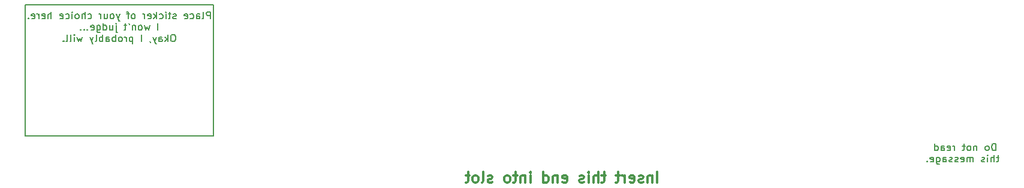
<source format=gbr>
%TF.GenerationSoftware,KiCad,Pcbnew,6.0.2+dfsg-1*%
%TF.CreationDate,2022-05-09T19:42:05-04:00*%
%TF.ProjectId,Cheapsk8_LAN,43686561-7073-46b3-985f-4c414e2e6b69,1*%
%TF.SameCoordinates,Original*%
%TF.FileFunction,Legend,Bot*%
%TF.FilePolarity,Positive*%
%FSLAX46Y46*%
G04 Gerber Fmt 4.6, Leading zero omitted, Abs format (unit mm)*
G04 Created by KiCad (PCBNEW 6.0.2+dfsg-1) date 2022-05-09 19:42:05*
%MOMM*%
%LPD*%
G01*
G04 APERTURE LIST*
%ADD10C,0.150000*%
%ADD11C,0.300000*%
G04 APERTURE END LIST*
D10*
X92481400Y-106629200D02*
X92481400Y-125171200D01*
X65887600Y-125196600D02*
X92481400Y-125171200D01*
X65887600Y-106629200D02*
X92481400Y-106629200D01*
X65887600Y-106629200D02*
X65887600Y-125196600D01*
D11*
X155185971Y-131742571D02*
X155185971Y-130242571D01*
X154471685Y-130742571D02*
X154471685Y-131742571D01*
X154471685Y-130885428D02*
X154400257Y-130814000D01*
X154257400Y-130742571D01*
X154043114Y-130742571D01*
X153900257Y-130814000D01*
X153828828Y-130956857D01*
X153828828Y-131742571D01*
X153185971Y-131671142D02*
X153043114Y-131742571D01*
X152757400Y-131742571D01*
X152614542Y-131671142D01*
X152543114Y-131528285D01*
X152543114Y-131456857D01*
X152614542Y-131314000D01*
X152757400Y-131242571D01*
X152971685Y-131242571D01*
X153114542Y-131171142D01*
X153185971Y-131028285D01*
X153185971Y-130956857D01*
X153114542Y-130814000D01*
X152971685Y-130742571D01*
X152757400Y-130742571D01*
X152614542Y-130814000D01*
X151328828Y-131671142D02*
X151471685Y-131742571D01*
X151757400Y-131742571D01*
X151900257Y-131671142D01*
X151971685Y-131528285D01*
X151971685Y-130956857D01*
X151900257Y-130814000D01*
X151757400Y-130742571D01*
X151471685Y-130742571D01*
X151328828Y-130814000D01*
X151257400Y-130956857D01*
X151257400Y-131099714D01*
X151971685Y-131242571D01*
X150614542Y-131742571D02*
X150614542Y-130742571D01*
X150614542Y-131028285D02*
X150543114Y-130885428D01*
X150471685Y-130814000D01*
X150328828Y-130742571D01*
X150185971Y-130742571D01*
X149900257Y-130742571D02*
X149328828Y-130742571D01*
X149685971Y-130242571D02*
X149685971Y-131528285D01*
X149614542Y-131671142D01*
X149471685Y-131742571D01*
X149328828Y-131742571D01*
X147900257Y-130742571D02*
X147328828Y-130742571D01*
X147685971Y-130242571D02*
X147685971Y-131528285D01*
X147614542Y-131671142D01*
X147471685Y-131742571D01*
X147328828Y-131742571D01*
X146828828Y-131742571D02*
X146828828Y-130242571D01*
X146185971Y-131742571D02*
X146185971Y-130956857D01*
X146257400Y-130814000D01*
X146400257Y-130742571D01*
X146614542Y-130742571D01*
X146757400Y-130814000D01*
X146828828Y-130885428D01*
X145471685Y-131742571D02*
X145471685Y-130742571D01*
X145471685Y-130242571D02*
X145543114Y-130314000D01*
X145471685Y-130385428D01*
X145400257Y-130314000D01*
X145471685Y-130242571D01*
X145471685Y-130385428D01*
X144828828Y-131671142D02*
X144685971Y-131742571D01*
X144400257Y-131742571D01*
X144257400Y-131671142D01*
X144185971Y-131528285D01*
X144185971Y-131456857D01*
X144257400Y-131314000D01*
X144400257Y-131242571D01*
X144614542Y-131242571D01*
X144757400Y-131171142D01*
X144828828Y-131028285D01*
X144828828Y-130956857D01*
X144757400Y-130814000D01*
X144614542Y-130742571D01*
X144400257Y-130742571D01*
X144257400Y-130814000D01*
X141828828Y-131671142D02*
X141971685Y-131742571D01*
X142257400Y-131742571D01*
X142400257Y-131671142D01*
X142471685Y-131528285D01*
X142471685Y-130956857D01*
X142400257Y-130814000D01*
X142257400Y-130742571D01*
X141971685Y-130742571D01*
X141828828Y-130814000D01*
X141757400Y-130956857D01*
X141757400Y-131099714D01*
X142471685Y-131242571D01*
X141114542Y-130742571D02*
X141114542Y-131742571D01*
X141114542Y-130885428D02*
X141043114Y-130814000D01*
X140900257Y-130742571D01*
X140685971Y-130742571D01*
X140543114Y-130814000D01*
X140471685Y-130956857D01*
X140471685Y-131742571D01*
X139114542Y-131742571D02*
X139114542Y-130242571D01*
X139114542Y-131671142D02*
X139257400Y-131742571D01*
X139543114Y-131742571D01*
X139685971Y-131671142D01*
X139757400Y-131599714D01*
X139828828Y-131456857D01*
X139828828Y-131028285D01*
X139757400Y-130885428D01*
X139685971Y-130814000D01*
X139543114Y-130742571D01*
X139257400Y-130742571D01*
X139114542Y-130814000D01*
X137257400Y-131742571D02*
X137257400Y-130742571D01*
X137257400Y-130242571D02*
X137328828Y-130314000D01*
X137257400Y-130385428D01*
X137185971Y-130314000D01*
X137257400Y-130242571D01*
X137257400Y-130385428D01*
X136543114Y-130742571D02*
X136543114Y-131742571D01*
X136543114Y-130885428D02*
X136471685Y-130814000D01*
X136328828Y-130742571D01*
X136114542Y-130742571D01*
X135971685Y-130814000D01*
X135900257Y-130956857D01*
X135900257Y-131742571D01*
X135400257Y-130742571D02*
X134828828Y-130742571D01*
X135185971Y-130242571D02*
X135185971Y-131528285D01*
X135114542Y-131671142D01*
X134971685Y-131742571D01*
X134828828Y-131742571D01*
X134114542Y-131742571D02*
X134257400Y-131671142D01*
X134328828Y-131599714D01*
X134400257Y-131456857D01*
X134400257Y-131028285D01*
X134328828Y-130885428D01*
X134257400Y-130814000D01*
X134114542Y-130742571D01*
X133900257Y-130742571D01*
X133757400Y-130814000D01*
X133685971Y-130885428D01*
X133614542Y-131028285D01*
X133614542Y-131456857D01*
X133685971Y-131599714D01*
X133757400Y-131671142D01*
X133900257Y-131742571D01*
X134114542Y-131742571D01*
X131900257Y-131671142D02*
X131757400Y-131742571D01*
X131471685Y-131742571D01*
X131328828Y-131671142D01*
X131257400Y-131528285D01*
X131257400Y-131456857D01*
X131328828Y-131314000D01*
X131471685Y-131242571D01*
X131685971Y-131242571D01*
X131828828Y-131171142D01*
X131900257Y-131028285D01*
X131900257Y-130956857D01*
X131828828Y-130814000D01*
X131685971Y-130742571D01*
X131471685Y-130742571D01*
X131328828Y-130814000D01*
X130400257Y-131742571D02*
X130543114Y-131671142D01*
X130614542Y-131528285D01*
X130614542Y-130242571D01*
X129614542Y-131742571D02*
X129757400Y-131671142D01*
X129828828Y-131599714D01*
X129900257Y-131456857D01*
X129900257Y-131028285D01*
X129828828Y-130885428D01*
X129757400Y-130814000D01*
X129614542Y-130742571D01*
X129400257Y-130742571D01*
X129257400Y-130814000D01*
X129185971Y-130885428D01*
X129114542Y-131028285D01*
X129114542Y-131456857D01*
X129185971Y-131599714D01*
X129257400Y-131671142D01*
X129400257Y-131742571D01*
X129614542Y-131742571D01*
X128685971Y-130742571D02*
X128114542Y-130742571D01*
X128471685Y-130242571D02*
X128471685Y-131528285D01*
X128400257Y-131671142D01*
X128257400Y-131742571D01*
X128114542Y-131742571D01*
D10*
X92079742Y-108595780D02*
X92079742Y-107595780D01*
X91698790Y-107595780D01*
X91603552Y-107643400D01*
X91555933Y-107691019D01*
X91508314Y-107786257D01*
X91508314Y-107929114D01*
X91555933Y-108024352D01*
X91603552Y-108071971D01*
X91698790Y-108119590D01*
X92079742Y-108119590D01*
X90936885Y-108595780D02*
X91032123Y-108548161D01*
X91079742Y-108452923D01*
X91079742Y-107595780D01*
X90127361Y-108595780D02*
X90127361Y-108071971D01*
X90174980Y-107976733D01*
X90270219Y-107929114D01*
X90460695Y-107929114D01*
X90555933Y-107976733D01*
X90127361Y-108548161D02*
X90222600Y-108595780D01*
X90460695Y-108595780D01*
X90555933Y-108548161D01*
X90603552Y-108452923D01*
X90603552Y-108357685D01*
X90555933Y-108262447D01*
X90460695Y-108214828D01*
X90222600Y-108214828D01*
X90127361Y-108167209D01*
X89222600Y-108548161D02*
X89317838Y-108595780D01*
X89508314Y-108595780D01*
X89603552Y-108548161D01*
X89651171Y-108500542D01*
X89698790Y-108405304D01*
X89698790Y-108119590D01*
X89651171Y-108024352D01*
X89603552Y-107976733D01*
X89508314Y-107929114D01*
X89317838Y-107929114D01*
X89222600Y-107976733D01*
X88413076Y-108548161D02*
X88508314Y-108595780D01*
X88698790Y-108595780D01*
X88794028Y-108548161D01*
X88841647Y-108452923D01*
X88841647Y-108071971D01*
X88794028Y-107976733D01*
X88698790Y-107929114D01*
X88508314Y-107929114D01*
X88413076Y-107976733D01*
X88365457Y-108071971D01*
X88365457Y-108167209D01*
X88841647Y-108262447D01*
X87222600Y-108548161D02*
X87127361Y-108595780D01*
X86936885Y-108595780D01*
X86841647Y-108548161D01*
X86794028Y-108452923D01*
X86794028Y-108405304D01*
X86841647Y-108310066D01*
X86936885Y-108262447D01*
X87079742Y-108262447D01*
X87174980Y-108214828D01*
X87222600Y-108119590D01*
X87222600Y-108071971D01*
X87174980Y-107976733D01*
X87079742Y-107929114D01*
X86936885Y-107929114D01*
X86841647Y-107976733D01*
X86508314Y-107929114D02*
X86127361Y-107929114D01*
X86365457Y-107595780D02*
X86365457Y-108452923D01*
X86317838Y-108548161D01*
X86222600Y-108595780D01*
X86127361Y-108595780D01*
X85794028Y-108595780D02*
X85794028Y-107929114D01*
X85794028Y-107595780D02*
X85841647Y-107643400D01*
X85794028Y-107691019D01*
X85746409Y-107643400D01*
X85794028Y-107595780D01*
X85794028Y-107691019D01*
X84889266Y-108548161D02*
X84984504Y-108595780D01*
X85174980Y-108595780D01*
X85270219Y-108548161D01*
X85317838Y-108500542D01*
X85365457Y-108405304D01*
X85365457Y-108119590D01*
X85317838Y-108024352D01*
X85270219Y-107976733D01*
X85174980Y-107929114D01*
X84984504Y-107929114D01*
X84889266Y-107976733D01*
X84460695Y-108595780D02*
X84460695Y-107595780D01*
X84365457Y-108214828D02*
X84079742Y-108595780D01*
X84079742Y-107929114D02*
X84460695Y-108310066D01*
X83270219Y-108548161D02*
X83365457Y-108595780D01*
X83555933Y-108595780D01*
X83651171Y-108548161D01*
X83698790Y-108452923D01*
X83698790Y-108071971D01*
X83651171Y-107976733D01*
X83555933Y-107929114D01*
X83365457Y-107929114D01*
X83270219Y-107976733D01*
X83222600Y-108071971D01*
X83222600Y-108167209D01*
X83698790Y-108262447D01*
X82794028Y-108595780D02*
X82794028Y-107929114D01*
X82794028Y-108119590D02*
X82746409Y-108024352D01*
X82698790Y-107976733D01*
X82603552Y-107929114D01*
X82508314Y-107929114D01*
X81270219Y-108595780D02*
X81365457Y-108548161D01*
X81413076Y-108500542D01*
X81460695Y-108405304D01*
X81460695Y-108119590D01*
X81413076Y-108024352D01*
X81365457Y-107976733D01*
X81270219Y-107929114D01*
X81127361Y-107929114D01*
X81032123Y-107976733D01*
X80984504Y-108024352D01*
X80936885Y-108119590D01*
X80936885Y-108405304D01*
X80984504Y-108500542D01*
X81032123Y-108548161D01*
X81127361Y-108595780D01*
X81270219Y-108595780D01*
X80651171Y-107929114D02*
X80270219Y-107929114D01*
X80508314Y-108595780D02*
X80508314Y-107738638D01*
X80460695Y-107643400D01*
X80365457Y-107595780D01*
X80270219Y-107595780D01*
X79270219Y-107929114D02*
X79032123Y-108595780D01*
X78794028Y-107929114D02*
X79032123Y-108595780D01*
X79127361Y-108833876D01*
X79174980Y-108881495D01*
X79270219Y-108929114D01*
X78270219Y-108595780D02*
X78365457Y-108548161D01*
X78413076Y-108500542D01*
X78460695Y-108405304D01*
X78460695Y-108119590D01*
X78413076Y-108024352D01*
X78365457Y-107976733D01*
X78270219Y-107929114D01*
X78127361Y-107929114D01*
X78032123Y-107976733D01*
X77984504Y-108024352D01*
X77936885Y-108119590D01*
X77936885Y-108405304D01*
X77984504Y-108500542D01*
X78032123Y-108548161D01*
X78127361Y-108595780D01*
X78270219Y-108595780D01*
X77079742Y-107929114D02*
X77079742Y-108595780D01*
X77508314Y-107929114D02*
X77508314Y-108452923D01*
X77460695Y-108548161D01*
X77365457Y-108595780D01*
X77222600Y-108595780D01*
X77127361Y-108548161D01*
X77079742Y-108500542D01*
X76603552Y-108595780D02*
X76603552Y-107929114D01*
X76603552Y-108119590D02*
X76555933Y-108024352D01*
X76508314Y-107976733D01*
X76413076Y-107929114D01*
X76317838Y-107929114D01*
X74794028Y-108548161D02*
X74889266Y-108595780D01*
X75079742Y-108595780D01*
X75174980Y-108548161D01*
X75222600Y-108500542D01*
X75270219Y-108405304D01*
X75270219Y-108119590D01*
X75222600Y-108024352D01*
X75174980Y-107976733D01*
X75079742Y-107929114D01*
X74889266Y-107929114D01*
X74794028Y-107976733D01*
X74365457Y-108595780D02*
X74365457Y-107595780D01*
X73936885Y-108595780D02*
X73936885Y-108071971D01*
X73984504Y-107976733D01*
X74079742Y-107929114D01*
X74222600Y-107929114D01*
X74317838Y-107976733D01*
X74365457Y-108024352D01*
X73317838Y-108595780D02*
X73413076Y-108548161D01*
X73460695Y-108500542D01*
X73508314Y-108405304D01*
X73508314Y-108119590D01*
X73460695Y-108024352D01*
X73413076Y-107976733D01*
X73317838Y-107929114D01*
X73174980Y-107929114D01*
X73079742Y-107976733D01*
X73032123Y-108024352D01*
X72984504Y-108119590D01*
X72984504Y-108405304D01*
X73032123Y-108500542D01*
X73079742Y-108548161D01*
X73174980Y-108595780D01*
X73317838Y-108595780D01*
X72555933Y-108595780D02*
X72555933Y-107929114D01*
X72555933Y-107595780D02*
X72603552Y-107643400D01*
X72555933Y-107691019D01*
X72508314Y-107643400D01*
X72555933Y-107595780D01*
X72555933Y-107691019D01*
X71651171Y-108548161D02*
X71746409Y-108595780D01*
X71936885Y-108595780D01*
X72032123Y-108548161D01*
X72079742Y-108500542D01*
X72127361Y-108405304D01*
X72127361Y-108119590D01*
X72079742Y-108024352D01*
X72032123Y-107976733D01*
X71936885Y-107929114D01*
X71746409Y-107929114D01*
X71651171Y-107976733D01*
X70841647Y-108548161D02*
X70936885Y-108595780D01*
X71127361Y-108595780D01*
X71222600Y-108548161D01*
X71270219Y-108452923D01*
X71270219Y-108071971D01*
X71222600Y-107976733D01*
X71127361Y-107929114D01*
X70936885Y-107929114D01*
X70841647Y-107976733D01*
X70794028Y-108071971D01*
X70794028Y-108167209D01*
X71270219Y-108262447D01*
X69603552Y-108595780D02*
X69603552Y-107595780D01*
X69174980Y-108595780D02*
X69174980Y-108071971D01*
X69222600Y-107976733D01*
X69317838Y-107929114D01*
X69460695Y-107929114D01*
X69555933Y-107976733D01*
X69603552Y-108024352D01*
X68317838Y-108548161D02*
X68413076Y-108595780D01*
X68603552Y-108595780D01*
X68698790Y-108548161D01*
X68746409Y-108452923D01*
X68746409Y-108071971D01*
X68698790Y-107976733D01*
X68603552Y-107929114D01*
X68413076Y-107929114D01*
X68317838Y-107976733D01*
X68270219Y-108071971D01*
X68270219Y-108167209D01*
X68746409Y-108262447D01*
X67841647Y-108595780D02*
X67841647Y-107929114D01*
X67841647Y-108119590D02*
X67794028Y-108024352D01*
X67746409Y-107976733D01*
X67651171Y-107929114D01*
X67555933Y-107929114D01*
X66841647Y-108548161D02*
X66936885Y-108595780D01*
X67127361Y-108595780D01*
X67222600Y-108548161D01*
X67270219Y-108452923D01*
X67270219Y-108071971D01*
X67222600Y-107976733D01*
X67127361Y-107929114D01*
X66936885Y-107929114D01*
X66841647Y-107976733D01*
X66794028Y-108071971D01*
X66794028Y-108167209D01*
X67270219Y-108262447D01*
X66365457Y-108500542D02*
X66317838Y-108548161D01*
X66365457Y-108595780D01*
X66413076Y-108548161D01*
X66365457Y-108500542D01*
X66365457Y-108595780D01*
X84674980Y-110205780D02*
X84674980Y-109205780D01*
X83532123Y-109539114D02*
X83341647Y-110205780D01*
X83151171Y-109729590D01*
X82960695Y-110205780D01*
X82770219Y-109539114D01*
X82246409Y-110205780D02*
X82341647Y-110158161D01*
X82389266Y-110110542D01*
X82436885Y-110015304D01*
X82436885Y-109729590D01*
X82389266Y-109634352D01*
X82341647Y-109586733D01*
X82246409Y-109539114D01*
X82103552Y-109539114D01*
X82008314Y-109586733D01*
X81960695Y-109634352D01*
X81913076Y-109729590D01*
X81913076Y-110015304D01*
X81960695Y-110110542D01*
X82008314Y-110158161D01*
X82103552Y-110205780D01*
X82246409Y-110205780D01*
X81484504Y-109539114D02*
X81484504Y-110205780D01*
X81484504Y-109634352D02*
X81436885Y-109586733D01*
X81341647Y-109539114D01*
X81198790Y-109539114D01*
X81103552Y-109586733D01*
X81055933Y-109681971D01*
X81055933Y-110205780D01*
X80532123Y-109205780D02*
X80627361Y-109396257D01*
X80246409Y-109539114D02*
X79865457Y-109539114D01*
X80103552Y-109205780D02*
X80103552Y-110062923D01*
X80055933Y-110158161D01*
X79960695Y-110205780D01*
X79865457Y-110205780D01*
X78770219Y-109539114D02*
X78770219Y-110396257D01*
X78817838Y-110491495D01*
X78913076Y-110539114D01*
X78960695Y-110539114D01*
X78770219Y-109205780D02*
X78817838Y-109253400D01*
X78770219Y-109301019D01*
X78722600Y-109253400D01*
X78770219Y-109205780D01*
X78770219Y-109301019D01*
X77865457Y-109539114D02*
X77865457Y-110205780D01*
X78294028Y-109539114D02*
X78294028Y-110062923D01*
X78246409Y-110158161D01*
X78151171Y-110205780D01*
X78008314Y-110205780D01*
X77913076Y-110158161D01*
X77865457Y-110110542D01*
X76960695Y-110205780D02*
X76960695Y-109205780D01*
X76960695Y-110158161D02*
X77055933Y-110205780D01*
X77246409Y-110205780D01*
X77341647Y-110158161D01*
X77389266Y-110110542D01*
X77436885Y-110015304D01*
X77436885Y-109729590D01*
X77389266Y-109634352D01*
X77341647Y-109586733D01*
X77246409Y-109539114D01*
X77055933Y-109539114D01*
X76960695Y-109586733D01*
X76055933Y-109539114D02*
X76055933Y-110348638D01*
X76103552Y-110443876D01*
X76151171Y-110491495D01*
X76246409Y-110539114D01*
X76389266Y-110539114D01*
X76484504Y-110491495D01*
X76055933Y-110158161D02*
X76151171Y-110205780D01*
X76341647Y-110205780D01*
X76436885Y-110158161D01*
X76484504Y-110110542D01*
X76532123Y-110015304D01*
X76532123Y-109729590D01*
X76484504Y-109634352D01*
X76436885Y-109586733D01*
X76341647Y-109539114D01*
X76151171Y-109539114D01*
X76055933Y-109586733D01*
X75198790Y-110158161D02*
X75294028Y-110205780D01*
X75484504Y-110205780D01*
X75579742Y-110158161D01*
X75627361Y-110062923D01*
X75627361Y-109681971D01*
X75579742Y-109586733D01*
X75484504Y-109539114D01*
X75294028Y-109539114D01*
X75198790Y-109586733D01*
X75151171Y-109681971D01*
X75151171Y-109777209D01*
X75627361Y-109872447D01*
X74722600Y-110110542D02*
X74674980Y-110158161D01*
X74722600Y-110205780D01*
X74770219Y-110158161D01*
X74722600Y-110110542D01*
X74722600Y-110205780D01*
X74246409Y-110110542D02*
X74198790Y-110158161D01*
X74246409Y-110205780D01*
X74294028Y-110158161D01*
X74246409Y-110110542D01*
X74246409Y-110205780D01*
X73770219Y-110110542D02*
X73722600Y-110158161D01*
X73770219Y-110205780D01*
X73817838Y-110158161D01*
X73770219Y-110110542D01*
X73770219Y-110205780D01*
X86913076Y-110815780D02*
X86722600Y-110815780D01*
X86627361Y-110863400D01*
X86532123Y-110958638D01*
X86484504Y-111149114D01*
X86484504Y-111482447D01*
X86532123Y-111672923D01*
X86627361Y-111768161D01*
X86722600Y-111815780D01*
X86913076Y-111815780D01*
X87008314Y-111768161D01*
X87103552Y-111672923D01*
X87151171Y-111482447D01*
X87151171Y-111149114D01*
X87103552Y-110958638D01*
X87008314Y-110863400D01*
X86913076Y-110815780D01*
X86055933Y-111815780D02*
X86055933Y-110815780D01*
X85960695Y-111434828D02*
X85674980Y-111815780D01*
X85674980Y-111149114D02*
X86055933Y-111530066D01*
X84817838Y-111815780D02*
X84817838Y-111291971D01*
X84865457Y-111196733D01*
X84960695Y-111149114D01*
X85151171Y-111149114D01*
X85246409Y-111196733D01*
X84817838Y-111768161D02*
X84913076Y-111815780D01*
X85151171Y-111815780D01*
X85246409Y-111768161D01*
X85294028Y-111672923D01*
X85294028Y-111577685D01*
X85246409Y-111482447D01*
X85151171Y-111434828D01*
X84913076Y-111434828D01*
X84817838Y-111387209D01*
X84436885Y-111149114D02*
X84198790Y-111815780D01*
X83960695Y-111149114D02*
X84198790Y-111815780D01*
X84294028Y-112053876D01*
X84341647Y-112101495D01*
X84436885Y-112149114D01*
X83532123Y-111768161D02*
X83532123Y-111815780D01*
X83579742Y-111911019D01*
X83627361Y-111958638D01*
X82341647Y-111815780D02*
X82341647Y-110815780D01*
X81103552Y-111149114D02*
X81103552Y-112149114D01*
X81103552Y-111196733D02*
X81008314Y-111149114D01*
X80817838Y-111149114D01*
X80722600Y-111196733D01*
X80674980Y-111244352D01*
X80627361Y-111339590D01*
X80627361Y-111625304D01*
X80674980Y-111720542D01*
X80722600Y-111768161D01*
X80817838Y-111815780D01*
X81008314Y-111815780D01*
X81103552Y-111768161D01*
X80198790Y-111815780D02*
X80198790Y-111149114D01*
X80198790Y-111339590D02*
X80151171Y-111244352D01*
X80103552Y-111196733D01*
X80008314Y-111149114D01*
X79913076Y-111149114D01*
X79436885Y-111815780D02*
X79532123Y-111768161D01*
X79579742Y-111720542D01*
X79627361Y-111625304D01*
X79627361Y-111339590D01*
X79579742Y-111244352D01*
X79532123Y-111196733D01*
X79436885Y-111149114D01*
X79294028Y-111149114D01*
X79198790Y-111196733D01*
X79151171Y-111244352D01*
X79103552Y-111339590D01*
X79103552Y-111625304D01*
X79151171Y-111720542D01*
X79198790Y-111768161D01*
X79294028Y-111815780D01*
X79436885Y-111815780D01*
X78674980Y-111815780D02*
X78674980Y-110815780D01*
X78674980Y-111196733D02*
X78579742Y-111149114D01*
X78389266Y-111149114D01*
X78294028Y-111196733D01*
X78246409Y-111244352D01*
X78198790Y-111339590D01*
X78198790Y-111625304D01*
X78246409Y-111720542D01*
X78294028Y-111768161D01*
X78389266Y-111815780D01*
X78579742Y-111815780D01*
X78674980Y-111768161D01*
X77341647Y-111815780D02*
X77341647Y-111291971D01*
X77389266Y-111196733D01*
X77484504Y-111149114D01*
X77674980Y-111149114D01*
X77770219Y-111196733D01*
X77341647Y-111768161D02*
X77436885Y-111815780D01*
X77674980Y-111815780D01*
X77770219Y-111768161D01*
X77817838Y-111672923D01*
X77817838Y-111577685D01*
X77770219Y-111482447D01*
X77674980Y-111434828D01*
X77436885Y-111434828D01*
X77341647Y-111387209D01*
X76865457Y-111815780D02*
X76865457Y-110815780D01*
X76865457Y-111196733D02*
X76770219Y-111149114D01*
X76579742Y-111149114D01*
X76484504Y-111196733D01*
X76436885Y-111244352D01*
X76389266Y-111339590D01*
X76389266Y-111625304D01*
X76436885Y-111720542D01*
X76484504Y-111768161D01*
X76579742Y-111815780D01*
X76770219Y-111815780D01*
X76865457Y-111768161D01*
X75817838Y-111815780D02*
X75913076Y-111768161D01*
X75960695Y-111672923D01*
X75960695Y-110815780D01*
X75532123Y-111149114D02*
X75294028Y-111815780D01*
X75055933Y-111149114D02*
X75294028Y-111815780D01*
X75389266Y-112053876D01*
X75436885Y-112101495D01*
X75532123Y-112149114D01*
X74008314Y-111149114D02*
X73817838Y-111815780D01*
X73627361Y-111339590D01*
X73436885Y-111815780D01*
X73246409Y-111149114D01*
X72865457Y-111815780D02*
X72865457Y-111149114D01*
X72865457Y-110815780D02*
X72913076Y-110863400D01*
X72865457Y-110911019D01*
X72817838Y-110863400D01*
X72865457Y-110815780D01*
X72865457Y-110911019D01*
X72246409Y-111815780D02*
X72341647Y-111768161D01*
X72389266Y-111672923D01*
X72389266Y-110815780D01*
X71722600Y-111815780D02*
X71817838Y-111768161D01*
X71865457Y-111672923D01*
X71865457Y-110815780D01*
X71341647Y-111720542D02*
X71294028Y-111768161D01*
X71341647Y-111815780D01*
X71389266Y-111768161D01*
X71341647Y-111720542D01*
X71341647Y-111815780D01*
X202988276Y-127231580D02*
X202988276Y-126231580D01*
X202750180Y-126231580D01*
X202607323Y-126279200D01*
X202512085Y-126374438D01*
X202464466Y-126469676D01*
X202416847Y-126660152D01*
X202416847Y-126803009D01*
X202464466Y-126993485D01*
X202512085Y-127088723D01*
X202607323Y-127183961D01*
X202750180Y-127231580D01*
X202988276Y-127231580D01*
X201845419Y-127231580D02*
X201940657Y-127183961D01*
X201988276Y-127136342D01*
X202035895Y-127041104D01*
X202035895Y-126755390D01*
X201988276Y-126660152D01*
X201940657Y-126612533D01*
X201845419Y-126564914D01*
X201702561Y-126564914D01*
X201607323Y-126612533D01*
X201559704Y-126660152D01*
X201512085Y-126755390D01*
X201512085Y-127041104D01*
X201559704Y-127136342D01*
X201607323Y-127183961D01*
X201702561Y-127231580D01*
X201845419Y-127231580D01*
X200321609Y-126564914D02*
X200321609Y-127231580D01*
X200321609Y-126660152D02*
X200273990Y-126612533D01*
X200178752Y-126564914D01*
X200035895Y-126564914D01*
X199940657Y-126612533D01*
X199893038Y-126707771D01*
X199893038Y-127231580D01*
X199273990Y-127231580D02*
X199369228Y-127183961D01*
X199416847Y-127136342D01*
X199464466Y-127041104D01*
X199464466Y-126755390D01*
X199416847Y-126660152D01*
X199369228Y-126612533D01*
X199273990Y-126564914D01*
X199131133Y-126564914D01*
X199035895Y-126612533D01*
X198988276Y-126660152D01*
X198940657Y-126755390D01*
X198940657Y-127041104D01*
X198988276Y-127136342D01*
X199035895Y-127183961D01*
X199131133Y-127231580D01*
X199273990Y-127231580D01*
X198654942Y-126564914D02*
X198273990Y-126564914D01*
X198512085Y-126231580D02*
X198512085Y-127088723D01*
X198464466Y-127183961D01*
X198369228Y-127231580D01*
X198273990Y-127231580D01*
X197178752Y-127231580D02*
X197178752Y-126564914D01*
X197178752Y-126755390D02*
X197131133Y-126660152D01*
X197083514Y-126612533D01*
X196988276Y-126564914D01*
X196893038Y-126564914D01*
X196178752Y-127183961D02*
X196273990Y-127231580D01*
X196464466Y-127231580D01*
X196559704Y-127183961D01*
X196607323Y-127088723D01*
X196607323Y-126707771D01*
X196559704Y-126612533D01*
X196464466Y-126564914D01*
X196273990Y-126564914D01*
X196178752Y-126612533D01*
X196131133Y-126707771D01*
X196131133Y-126803009D01*
X196607323Y-126898247D01*
X195273990Y-127231580D02*
X195273990Y-126707771D01*
X195321609Y-126612533D01*
X195416847Y-126564914D01*
X195607323Y-126564914D01*
X195702561Y-126612533D01*
X195273990Y-127183961D02*
X195369228Y-127231580D01*
X195607323Y-127231580D01*
X195702561Y-127183961D01*
X195750180Y-127088723D01*
X195750180Y-126993485D01*
X195702561Y-126898247D01*
X195607323Y-126850628D01*
X195369228Y-126850628D01*
X195273990Y-126803009D01*
X194369228Y-127231580D02*
X194369228Y-126231580D01*
X194369228Y-127183961D02*
X194464466Y-127231580D01*
X194654942Y-127231580D01*
X194750180Y-127183961D01*
X194797800Y-127136342D01*
X194845419Y-127041104D01*
X194845419Y-126755390D01*
X194797800Y-126660152D01*
X194750180Y-126612533D01*
X194654942Y-126564914D01*
X194464466Y-126564914D01*
X194369228Y-126612533D01*
X203440657Y-128174914D02*
X203059704Y-128174914D01*
X203297800Y-127841580D02*
X203297800Y-128698723D01*
X203250180Y-128793961D01*
X203154942Y-128841580D01*
X203059704Y-128841580D01*
X202726371Y-128841580D02*
X202726371Y-127841580D01*
X202297800Y-128841580D02*
X202297800Y-128317771D01*
X202345419Y-128222533D01*
X202440657Y-128174914D01*
X202583514Y-128174914D01*
X202678752Y-128222533D01*
X202726371Y-128270152D01*
X201821609Y-128841580D02*
X201821609Y-128174914D01*
X201821609Y-127841580D02*
X201869228Y-127889200D01*
X201821609Y-127936819D01*
X201773990Y-127889200D01*
X201821609Y-127841580D01*
X201821609Y-127936819D01*
X201393038Y-128793961D02*
X201297800Y-128841580D01*
X201107323Y-128841580D01*
X201012085Y-128793961D01*
X200964466Y-128698723D01*
X200964466Y-128651104D01*
X201012085Y-128555866D01*
X201107323Y-128508247D01*
X201250180Y-128508247D01*
X201345419Y-128460628D01*
X201393038Y-128365390D01*
X201393038Y-128317771D01*
X201345419Y-128222533D01*
X201250180Y-128174914D01*
X201107323Y-128174914D01*
X201012085Y-128222533D01*
X199773990Y-128841580D02*
X199773990Y-128174914D01*
X199773990Y-128270152D02*
X199726371Y-128222533D01*
X199631133Y-128174914D01*
X199488276Y-128174914D01*
X199393038Y-128222533D01*
X199345419Y-128317771D01*
X199345419Y-128841580D01*
X199345419Y-128317771D02*
X199297800Y-128222533D01*
X199202561Y-128174914D01*
X199059704Y-128174914D01*
X198964466Y-128222533D01*
X198916847Y-128317771D01*
X198916847Y-128841580D01*
X198059704Y-128793961D02*
X198154942Y-128841580D01*
X198345419Y-128841580D01*
X198440657Y-128793961D01*
X198488276Y-128698723D01*
X198488276Y-128317771D01*
X198440657Y-128222533D01*
X198345419Y-128174914D01*
X198154942Y-128174914D01*
X198059704Y-128222533D01*
X198012085Y-128317771D01*
X198012085Y-128413009D01*
X198488276Y-128508247D01*
X197631133Y-128793961D02*
X197535895Y-128841580D01*
X197345419Y-128841580D01*
X197250180Y-128793961D01*
X197202561Y-128698723D01*
X197202561Y-128651104D01*
X197250180Y-128555866D01*
X197345419Y-128508247D01*
X197488276Y-128508247D01*
X197583514Y-128460628D01*
X197631133Y-128365390D01*
X197631133Y-128317771D01*
X197583514Y-128222533D01*
X197488276Y-128174914D01*
X197345419Y-128174914D01*
X197250180Y-128222533D01*
X196821609Y-128793961D02*
X196726371Y-128841580D01*
X196535895Y-128841580D01*
X196440657Y-128793961D01*
X196393038Y-128698723D01*
X196393038Y-128651104D01*
X196440657Y-128555866D01*
X196535895Y-128508247D01*
X196678752Y-128508247D01*
X196773990Y-128460628D01*
X196821609Y-128365390D01*
X196821609Y-128317771D01*
X196773990Y-128222533D01*
X196678752Y-128174914D01*
X196535895Y-128174914D01*
X196440657Y-128222533D01*
X195535895Y-128841580D02*
X195535895Y-128317771D01*
X195583514Y-128222533D01*
X195678752Y-128174914D01*
X195869228Y-128174914D01*
X195964466Y-128222533D01*
X195535895Y-128793961D02*
X195631133Y-128841580D01*
X195869228Y-128841580D01*
X195964466Y-128793961D01*
X196012085Y-128698723D01*
X196012085Y-128603485D01*
X195964466Y-128508247D01*
X195869228Y-128460628D01*
X195631133Y-128460628D01*
X195535895Y-128413009D01*
X194631133Y-128174914D02*
X194631133Y-128984438D01*
X194678752Y-129079676D01*
X194726371Y-129127295D01*
X194821609Y-129174914D01*
X194964466Y-129174914D01*
X195059704Y-129127295D01*
X194631133Y-128793961D02*
X194726371Y-128841580D01*
X194916847Y-128841580D01*
X195012085Y-128793961D01*
X195059704Y-128746342D01*
X195107323Y-128651104D01*
X195107323Y-128365390D01*
X195059704Y-128270152D01*
X195012085Y-128222533D01*
X194916847Y-128174914D01*
X194726371Y-128174914D01*
X194631133Y-128222533D01*
X193773990Y-128793961D02*
X193869228Y-128841580D01*
X194059704Y-128841580D01*
X194154942Y-128793961D01*
X194202561Y-128698723D01*
X194202561Y-128317771D01*
X194154942Y-128222533D01*
X194059704Y-128174914D01*
X193869228Y-128174914D01*
X193773990Y-128222533D01*
X193726371Y-128317771D01*
X193726371Y-128413009D01*
X194202561Y-128508247D01*
X193297800Y-128746342D02*
X193250180Y-128793961D01*
X193297800Y-128841580D01*
X193345419Y-128793961D01*
X193297800Y-128746342D01*
X193297800Y-128841580D01*
M02*

</source>
